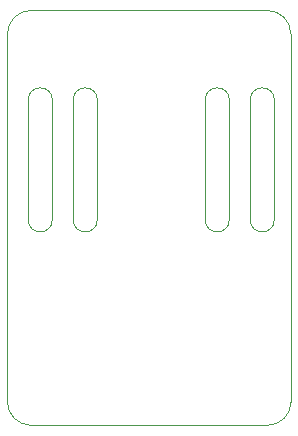
<source format=gbr>
%TF.GenerationSoftware,KiCad,Pcbnew,(5.1.9)-1*%
%TF.CreationDate,2022-05-31T00:02:38+01:00*%
%TF.ProjectId,board,626f6172-642e-46b6-9963-61645f706362,rev?*%
%TF.SameCoordinates,Original*%
%TF.FileFunction,Profile,NP*%
%FSLAX46Y46*%
G04 Gerber Fmt 4.6, Leading zero omitted, Abs format (unit mm)*
G04 Created by KiCad (PCBNEW (5.1.9)-1) date 2022-05-31 00:02:38*
%MOMM*%
%LPD*%
G01*
G04 APERTURE LIST*
%TA.AperFunction,Profile*%
%ADD10C,0.050000*%
%TD*%
G04 APERTURE END LIST*
D10*
X117348000Y-118110000D02*
G75*
G03*
X119380000Y-118110000I1016000J0D01*
G01*
X119380000Y-118110000D02*
X119380000Y-107950000D01*
X121158000Y-118110000D02*
G75*
G03*
X123190000Y-118110000I1016000J0D01*
G01*
X119380000Y-107950000D02*
G75*
G03*
X117348000Y-107950000I-1016000J0D01*
G01*
X123190000Y-107950000D02*
G75*
G03*
X121158000Y-107950000I-1016000J0D01*
G01*
X117348000Y-107950000D02*
X117348000Y-118110000D01*
X123190000Y-118110000D02*
X123190000Y-107950000D01*
X121158000Y-107950000D02*
X121158000Y-118110000D01*
X102362000Y-118110000D02*
G75*
G03*
X104394000Y-118110000I1016000J0D01*
G01*
X104394000Y-107950000D02*
G75*
G03*
X102362000Y-107950000I-1016000J0D01*
G01*
X104394000Y-118110000D02*
X104394000Y-107950000D01*
X102362000Y-107950000D02*
X102362000Y-118110000D01*
X108204000Y-118110000D02*
X108204000Y-107950000D01*
X106172000Y-107950000D02*
X106172000Y-118110000D01*
X106172000Y-118110000D02*
G75*
G03*
X108204000Y-118110000I1016000J0D01*
G01*
X108204000Y-107950000D02*
G75*
G03*
X106172000Y-107950000I-1016000J0D01*
G01*
X102596000Y-100376000D02*
X122596000Y-100376000D01*
X102596000Y-135509000D02*
X122616000Y-135509000D01*
X124596000Y-102376000D02*
X124616000Y-133509000D01*
X100596000Y-133509000D02*
X100596000Y-102376000D01*
X124616000Y-133509000D02*
G75*
G02*
X122616000Y-135509000I-2000000J0D01*
G01*
X122596000Y-100376000D02*
G75*
G02*
X124596000Y-102376000I0J-2000000D01*
G01*
X100596000Y-102376000D02*
G75*
G02*
X102596000Y-100376000I2000000J0D01*
G01*
X102596000Y-135509000D02*
G75*
G02*
X100596000Y-133509000I0J2000000D01*
G01*
M02*

</source>
